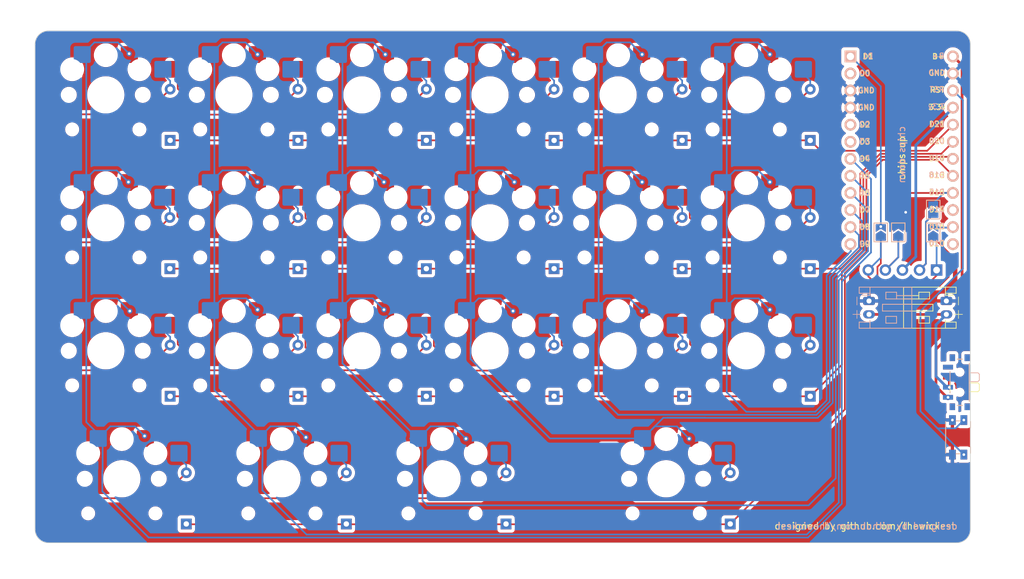
<source format=kicad_pcb>
(kicad_pcb (version 20221018) (generator pcbnew)
  (layers (0 "F.Cu" signal) (31 "B.Cu" signal) (34 "B.Paste" user) (35 "F.Paste" user) (36 "B.SilkS" user "B.Silkscreen") (37 "F.SilkS" user "F.Silkscreen") (38 "B.Mask" user) (39 "F.Mask" user) (44 "Edge.Cuts" user))
  (net 0 "")
  (net 1 "Row1")
  (net 2 "Net-(D1-A)")
  (net 3 "Net-(D2-A)")
  (net 4 "Net-(D3-A)")
  (net 5 "Net-(D4-A)")
  (net 6 "Net-(D5-A)")
  (net 7 "Net-(D6-A)")
  (net 8 "Row2")
  (net 9 "Net-(D7-A)")
  (net 10 "Net-(D8-A)")
  (net 11 "Net-(D9-A)")
  (net 12 "Net-(D10-A)")
  (net 13 "Net-(D11-A)")
  (net 14 "Net-(D12-A)")
  (net 15 "Row3")
  (net 16 "Net-(D13-A)")
  (net 17 "Net-(D14-A)")
  (net 18 "Net-(D15-A)")
  (net 19 "Net-(D16-A)")
  (net 20 "Net-(D17-A)")
  (net 21 "Net-(D18-A)")
  (net 22 "Row4")
  (net 23 "Net-(D19-A)")
  (net 24 "Net-(D20-A)")
  (net 25 "Column1")
  (net 26 "Column2")
  (net 27 "Column3")
  (net 28 "Column4")
  (net 29 "Column5")
  (net 30 "Column6")
  (net 31 "Net-(JST1-VCC)")
  (net 32 "VCC")
  (net 36 "Net-(D21-A)")
  (net 37 "Net-(D22-A)")
  (net 38 "CS")
  (net 39 "SCK")
  (net 41 "MOSI")
  (net 43 "Net-(J1-CS)")
  (net 44 "Net-(J1-GND)")
  (net 45 "Net-(J1-SCK)")
  (net 46 "Net-(J1-MOSI)")
  (net 47 "RST")
  (net 48 "B+")
  (net 50 "unconnected-(SW3-A-Pad1)")
  (net 51 "GND")
  (footprint "ScottoKeebs_Components:Diode_DO-35" (layer "F.Cu") (at 104.20875 127.6925 90)
    (fp_text reference "D19" hide)
    (fp_text value "Diode")
  )
  (footprint "ScottoKeebs_Components:Diode_DO-35" (layer "F.Cu") (at 139.90875 89.6925 90)
    (fp_text reference "D9" hide)
    (fp_text value "Diode")
  )
  (footprint "ScottoKeebs_Hotswap:Hotswap_Choc_V1V2" (layer "F.Cu") (at 92.23375 63.8175)
    (fp_text reference "S1" hide)
    (fp_text value "Keyswitch")
  )
  (footprint "ScottoKeebs_Components:Diode_DO-35" (layer "F.Cu") (at 178.00875 108.6925 90)
    (fp_text reference "D17" hide)
    (fp_text value "Diode")
  )
  (footprint "Jumper:SolderJumper-2_P1.3mm_Open_TrianglePad1.0x1.5mm" (layer "F.Cu") (at 215.3 80.9 90)
    (fp_text reference "JP2" hide)
    (fp_text value "SolderJumper_2_Open" hide)
  )
  (footprint "ScottoKeebs_Hotswap:Hotswap_Choc_V1V2" (layer "F.Cu") (at 130.33375 63.8175)
    (fp_text reference "S3" hide)
    (fp_text value "Keyswitch")
  )
  (footprint "ScottoKeebs_Components:Diode_DO-35" (layer "F.Cu") (at 185.10875 127.6925 90)
    (fp_text reference "D22" hide)
    (fp_text value "Diode")
  )
  (footprint "Jumper:SolderJumper-2_P1.3mm_Open_TrianglePad1.0x1.5mm" (layer "F.Cu") (at 207.5 84.3 90)
    (fp_text reference "JP1" hide)
    (fp_text value "SolderJumper_2_Open" hide)
  )
  (footprint "ScottoKeebs_Hotswap:Hotswap_Choc_V1V2" (layer "F.Cu") (at 175.5775 120.9675)
    (fp_text reference "S22" hide)
    (fp_text value "Keyswitch")
  )
  (footprint "ScottoKeebs_Hotswap:Hotswap_Choc_V1V2" (layer "F.Cu") (at 187.48375 82.8675)
    (fp_text reference "S12" hide)
    (fp_text value "Keyswitch")
  )
  (footprint "Jumper:SolderJumper-2_P1.3mm_Open_TrianglePad1.0x1.5mm" (layer "F.Cu") (at 215.3 84.3 90)
    (fp_text reference "JP5" hide)
    (fp_text value "SolderJumper_2_Open" hide)
  )
  (footprint "ScottoKeebs_Hotswap:Hotswap_Choc_V1V2" (layer "F.Cu") (at 130.33375 82.8675)
    (fp_text reference "S9" hide)
    (fp_text value "Keyswitch")
  )
  (footprint "ScottoKeebs_Components:Diode_DO-35" (layer "F.Cu") (at 197.00875 108.6925 90)
    (fp_text reference "D18" hide)
    (fp_text value "Diode")
  )
  (footprint "ScottoKeebs_Hotswap:Hotswap_Choc_V1V2" (layer "F.Cu") (at 111.28375 101.9175)
    (fp_text reference "S14" hide)
    (fp_text value "Keyswitch")
  )
  (footprint "ScottoKeebs_Hotswap:Hotswap_Choc_V1V2" (layer "F.Cu") (at 94.615 120.9675)
    (fp_text reference "S19" hide)
    (fp_text value "Keyswitch")
  )
  (footprint "ScottoKeebs_Hotswap:Hotswap_Choc_V1V2" (layer "F.Cu") (at 92.23375 82.8675)
    (fp_text reference "S7" hide)
    (fp_text value "Keyswitch")
  )
  (footprint "ScottoKeebs_Hotswap:Hotswap_Choc_V1V2" (layer "F.Cu") (at 111.28375 63.8175)
    (fp_text reference "S2" hide)
    (fp_text value "Keyswitch")
  )
  (footprint "ScottoKeebs_Components:Diode_DO-35" (layer "F.Cu") (at 120.80875 70.5925 90)
    (fp_text reference "D2" hide)
    (fp_text value "Diode")
  )
  (footprint "ScottoKeebs_Hotswap:Hotswap_Choc_V1V2" (layer "F.Cu") (at 149.38375 82.8675)
    (fp_text reference "S10" hide)
    (fp_text value "Keyswitch")
  )
  (footprint "ScottoKeebs_Components:Diode_DO-35" (layer "F.Cu") (at 177.95875 70.5925 90)
    (fp_text reference "D5" hide)
    (fp_text value "Diode")
  )
  (footprint "Button_Switch_SMD:Panasonic_EVQPUK_EVQPUB" (layer "F.Cu") (at 219 114.8 -90)
    (fp_text reference "SW2" hide)
    (fp_text value "SW_Push" hide)
  )
  (footprint "Button_Switch_SMD:SW_SPDT_PCM12" (layer "F.Cu") (at 218.925 106.6 90)
    (fp_text reference "SW1" hide)
    (fp_text value "SW_SPDT")
  )
  (footprint "ScottoKeebs_Hotswap:Hotswap_Choc_V1V2" (layer "F.Cu") (at 118.4275 120.9675)
    (fp_text reference "S20" hide)
    (fp_text value "Keyswitch")
  )
  (footprint "ScottoKeebs_Components:Diode_DO-35" (layer "F.Cu") (at 139.90875 108.6925 90)
    (fp_text reference "D15" hide)
    (fp_text value "Diode")
  )
  (footprint "ScottoKeebs_Hotswap:Hotswap_Choc_V1V2" (layer "F.Cu") (at 92.23375 101.9175)
    (fp_text reference "S13" hide)
    (fp_text value "Keyswitch")
  )
  (footprint "ScottoKeebs_Hotswap:Hotswap_Choc_V1V2" (layer "F.Cu") (at 168.43375 63.8175)
    (fp_text reference "S5" hide)
    (fp_text value "Keyswitch")
  )
  (footprint "Jumper:SolderJumper-2_P1.3mm_Open_TrianglePad1.0x1.5mm" (layer "F.Cu") (at 210.1 84.3 90)
    (fp_text reference "JP4" hide)
    (fp_text value "SolderJumper_2_Open" hide)
  )
  (footprint "ScottoKeebs_Components:Diode_DO-35" (layer "F.Cu") (at 151.765 127.6925 90)
    (fp_text reference "D21" hide)
    (fp_text value "Diode")
  )
  (footprint "ScottoKeebs_Components:Diode_DO-35" (layer "F.Cu") (at 120.80875 89.6925 90)
    (fp_text reference "D8" hide)
    (fp_text value "Diode")
  )
  (footprint "Connector_JST:JST_PH_S2B-PH-K_1x02_P2.00mm_Horizontal" (layer "F.Cu") (at 217.25 94.5 -90)
    (fp_text reference "JST1" hide)
    (fp_text value "~")
  )
  (footprint "ScottoKeebs_Hotswap:Hotswap_Choc_V1V2" (layer "F.Cu") (at 187.48375 63.8175)
    (fp_text reference "S6" hide)
    (fp_text value "Keyswitch")
  )
  (footprint "ScottoKeebs_Components:Diode_DO-35" (layer "F.Cu") (at 101.80875 70.5925 90)
    (fp_text reference "D1" hide)
    (fp_text value "Diode")
  )
  (footprint "ScottoKeebs_Hotswap:Hotswap_Choc_V1V2" (layer "F.Cu") (at 168.43375 101.9175)
    (fp_text reference "S17" hide)
    (fp_text value "Keyswitch")
  )
  (footprint "ScottoKeebs_Hotswap:Hotswap_Choc_V1V2" (layer "F.Cu") (at 149.38375 63.8175)
    (fp_text reference "S4" hide)
    (fp_text value "Keyswitch")
  )
  (footprint "ScottoKeebs_Components:Diode_DO-35" (layer "F.Cu") (at 158.90875 89.6925 90)
    (fp_text reference "D10" hide)
    (fp_text value "Diode")
  )
  (footprint "ScottoKeebs_Components:Diode_DO-35" (layer "F.Cu") (at 158.90875 108.6925 90)
    (fp_text reference "D16" hide)
    (fp_text value "Diode")
  )
  (footprint "ScottoKeebs_Components:Diode_DO-35" (layer "F.Cu") (at 128.00875 127.6925 90)
    (fp_text reference "D20" hide)
    (fp_text value "Diode")
  )
  (footprint "ScottoKeebs_Components:Diode_DO-35" (layer "F.Cu") (at 120.80875 108.6925 90)
    (fp_text reference "D14" hide)
    (fp_text value "Diode")
  )
  (footprint "ScottoKeebs_Hotswap:Hotswap_Choc_V1V2" (layer "F.Cu") (at 142.24 120.9675)
    (fp_text reference "S21" hide)
    (fp_text value "Keyswitch")
  )
  (footprint "ScottoKeebs_Components:Diode_DO-35" (layer "F.Cu") (at 158.90875 70.6025 90)
    (fp_text reference "D4" hide)
    (fp_text value "Diode")
  )
  (footprint "ScottoKeebs_Components:Diode_DO-35" (layer "F.Cu") (at 197.00875 89.6925 90)
    (fp_text reference "D12" hide)
    (fp_text value "Diode")
  )
  (footprint "ScottoKeebs_Hotswap:Hotswap_Choc_V1V2" (layer "F.Cu") (at 168.43375 82.8675)
    (fp_text reference "S11" hide)
    (fp_text value "Keyswitch")
  )
  (footprint "ScottoKeebs_Components:Diode_DO-35" (layer "F.Cu") (at 101.75875 89.6925 90)
    (fp_text reference "D7" hide)
    (fp_text value "Diode")
  )
  (footprint "ScottoKeebs_Hotswap:Hotswap_Choc_V1V2" (layer "F.Cu") (at 149.38375 101.9175)
    (fp_text reference "S16" hide)
    (fp_text value "Keyswitch")
  )
  (footprint "ScottoKeebs_Components:OLED_128x32_Nice_View" (layer "F.Cu") (at 203.8 91.2 90)
    (fp_text reference "J1" hide)
    (fp_text value "OLED_128x32_Nice_View")
  )
  (footprint "ScottoKeebs_Hotswap:Hotswap_Choc_V1V2" (layer "F.Cu") (at 130.33375 101.9175)
    (fp_text reference "S15" hide)
    (fp_text value "Keyswitch")
  )
  (footprint "ScottoKeebs_Components:Diode_DO-35" (layer "F.Cu") (at 177.95875 89.6925 90)
    (fp_text reference "D11" hide)
    (fp_text value "Diode")
  )
  (footprint "ScottoKeebs_Hotswap:Hotswap_Choc_V1V2" (layer "F.Cu") (at 111.28375 82.8675)
    (fp_text reference "S8" hide)
    (fp_text value "Keyswitch")
  )
  (footprint "ScottoKeebs_Components:Diode_DO-35" (layer "F.Cu") (at 197.00875 70.6025 90)
    (fp_text reference "D6" hide)
    (fp_text value "Diode")
  )
  (footprint "ScottoKeebs_Components:Diode_DO-35" (layer "F.Cu") (at 139.90875 70.5925 90)
    (fp_text reference "D3" hide)
    (fp_text value "Diode")
  )
  (footprint "ScottoKeebs_Hotswap:Hotswap_Choc_V1V2" (layer "F.Cu") (at 187.48375 101.9175)
    (fp_text reference "S18" hide)
    (fp_text value "Keyswitch")
  )
  (footprint "ScottoKeebs_Components:Diode_DO-35" (layer "F.Cu") (at 101.80875 108.6925 90)
    (fp_text reference "D13" hide)
    (fp_text value "Diode")
  )
  (footprint "ScottoKeebs_MCU:Nice_Nano_V2" (layer "F.Cu") (at 210.6 72.0725)
    (fp_text reference "U1" hide)
    (fp_text value "Nice_Nano_V2" hide)
  )
  (footprint "ScottoKeebs_Hotswap:Hotswap_Choc_V1V2" (layer "B.Cu") (at 92.23375 101.9175 180)
    (fp_text reference "S35" hide)
    (fp_text value "Keyswitch")
  )
  (footprint "ScottoKeebs_Hotswap:Hotswap_Choc_V1V2" (layer "B.Cu") (at 92.23375 63.8175 180)
    (fp_text reference "S23" hide)
    (fp_text value "Keyswitch")
  )
  (footprint "ScottoKeebs_Hotswap:Hotswap_Choc_V1V2" (layer "B.Cu") (at 149.38375 82.8675 180)
    (fp_text reference "S32" hide)
    (fp_text value "Keyswitch")
  )
  (footprint "ScottoKeebs_Hotswap:Hotswap_Choc_V1V2" (layer "B.Cu") (at 187.48375 101.9175 180)
    (fp_text reference "S40" hide)
    (fp_text value "Keyswitch")
  )
  (footprint "Jumper:SolderJumper-2_P1.3mm_Open_TrianglePad1.0x1.5mm" (layer "B.Cu") (at 215.3 84.3 90)
    (fp_text reference "JP6" hide)
    (fp_text value "SolderJumper_2_Open" hide)
  )
  (footprint "ScottoKeebs_Hotswap:Hotswap_Choc_V1V2" (layer "B.Cu") (at 168.43375 101.9175 180)
    (fp_text reference "S39" hide)
    (fp_text value "Keyswitch")
  )
  (footprint "ScottoKeebs_Hotswap:Hotswap_Choc_V1V2" (layer "B.Cu") (at 118.4275 120.9675 180)
    (fp_text reference "S42" hide)
    (fp_text value "Keyswitch")
  )
  (footprint "ScottoKeebs_Hotswap:Hotswap_Choc_V1V2" (layer "B.Cu") (at 187.48375 82.8675 180)
    (fp_text reference "S34" hide)
    (fp_text value "Keyswitch")
  )
  (footprint "ScottoKeebs_Hotswap:Hotswap_Choc_V1V2" (layer "B.Cu") (at 92.23375 82.8675 180)
    (fp_text reference "S29" hide)
    (fp_text value "Keyswitch")
  )
  (footprint "Jumper:SolderJumper-2_P1.3mm_Open_TrianglePad1.0x1.5mm" (layer "B.Cu") (at 207.5 84.3 90)
    (fp_text reference "JP10" hide)
    (fp_text value "SolderJumper_2_Open" hide)
  )
  (footprint "ScottoKeebs_Hotswap:Hotswap_Choc_V1V2" (layer "B.Cu") (at 175.5775 120.9675 180)
    (fp_text reference "S44" hide)
    (fp_text value "Keyswitch")
  )
  (footprint "ScottoKeebs_Hotswap:Hotswap_Choc_V1V2" (layer "B.Cu") (at 187.48375 63.8175 180)
    (fp_text reference "S28" hide)
    (fp_text value "Keyswitch")
  )
  (footprint "ScottoKeebs_Hotswap:Hotswap_Choc_V1V2" (layer "B.Cu") (at 168.43375 82.8675 180)
    (fp_text reference "S33" hide)
    (fp_text value "Keyswitch")
  )
  (footprint "Connector_JST:JST_PH_S2B-PH-K_1x02_P2.00mm_Horizontal" (layer "B.Cu") (at 205.75 94.5 -90)
    (fp_text reference "JST2" hide)
    (fp_text value "~")
  )
  (footprint "ScottoKeebs_Hotswap:Hotswap_Choc_V1V2" (layer "B.Cu") (at 111.28375 82.8675 180)
    (fp_text reference "S30" hide)
    (fp_text value "Keyswitch")
  )
  (footprint "Jumper:SolderJumper-2_P1.3mm_Open_TrianglePad1.0x1.5mm" (layer "B.Cu") (at 210.10875 84.2925 90)
    (fp_text reference "JP9" hide)
    (fp_text value "SolderJumper_2_Open" hide)
  )
  (footprint "Button_Switch_SMD:Panasonic_EVQPUK_EVQPUB" (layer "B.Cu") (at 219 114.8 90)
    (fp_text reference "SW4" hide)
    (fp_text value "SW_Push" hide)
  )
  (footprint "ScottoKeebs_Hotswap:Hotswap_Choc_V1V2" (layer "B.Cu") (at 130.33375 101.9175 180)
    (fp_text reference "S37" hide)
    (fp_text value "Keyswitch")
  )
  (footprint "Jumper:SolderJumper-2_P1.3mm_Open_TrianglePad1.0x1.5mm" (layer "B.Cu") (at 215.30875 80.8925 90)
    (fp_text reference "JP7" hide)
    (fp_text value "SolderJumper_2_Open" hide)
  )
  (footprint "ScottoKeebs_Hotswap:Hotswap_Choc_V1V2" (layer "B.Cu") (at 94.615 120.9675 180)
    (fp_text reference "S41" hide)
    (fp_text value "Keyswitch")
  )
  (footprint "ScottoKeebs_Hotswap:Hotswap_Choc_V1V2" (layer "B.Cu") (at 111.28375 63.8175 180)
    (fp_text reference "S24" hide)
    (fp_text value "Keyswitch")
  )
  (footprint "ScottoKeebs_Hotswap:Hotswap_Choc_V1V2" (layer "B.Cu") (at 149.38375 63.8175 180)
    (fp_text reference "S26" hide)
    (fp_text value "Keyswitch")
  )
  (footprint "ScottoKeebs_Hotswap:Hotswap_Choc_V1V2" (layer "B.Cu") (at 168.43375 63.8175 180)
    (fp_text reference "S27" hide)
    (fp_text value "Keyswitch")
  )
  (footprint "ScottoKeebs_Hotswap:Hotswap_Choc_V1V2" (layer "B.Cu") (at 142.24 120.9675 180)
    (fp_text reference "S43" hide)
    (fp_text value "Keyswitch")
  )
  (footprint "ScottoKeebs_Hotswap:Hotswap_Choc_V1V2" (layer "B.Cu") (at 130.33375 63.8175 180)
    (fp_text reference "S25" hide)
    (fp_text value "Keyswitch")
  )
  (footprint "ScottoKeebs_Hotswap:Hotswap_Choc_V1V2" (layer "B.Cu") (at 130.33375 82.8675 180)
    (fp_text reference "S31" hide)
    (fp_text value "Keyswitch")
  )
  (footprint "Button_Switch_SMD:SW_SPDT_PCM12" (layer "B.Cu") (at 218.925 106.6 -90)
    (fp_text reference "SW3" hide)
    (fp_text value "SW_SPDT")
  )
  (footprint "ScottoKeebs_Hotswap:Hotswap_Choc_V1V2" (layer "B.Cu") (at 149.38375 101.9175 180)
    (fp_text reference "S38" hide)
    (fp_text value "Keyswitch")
  )
  (footprint "ScottoKeebs_Hotswap:Hotswap_Choc_V1V2" (layer "B.Cu") (at 111.28375 101.9175 180)
    (fp_text reference "S36" hide)
    (fp_text value "Keyswitch")
  )
  (gr_line (start 81.70875 128.4925) (end 81.70875 56.2925) (stroke (width 0.1)) (layer "Edge.Cuts"))
  (gr_arc (start 218.82125 54.2925) (mid 220.235496 54.878269) (end 220.82125 56.2925) (stroke (width 0.1)) (layer "Edge.Cuts"))
  (gr_line (start 218.82125 130.4925) (end 83.70875 130.4925) (stroke (width 0.1)) (layer "Edge.Cuts"))
  (gr_arc (start 81.70875 56.2925) (mid 82.294536 54.878286) (end 83.70875 54.2925) (stroke (width 0.1)) (layer "Edge.Cuts"))
  (gr_line (start 220.82125 56.2925) (end 220.82125 128.4925) (stroke (width 0.1)) (layer "Edge.Cuts"))
  (gr_line (start 83.70875 54.2925) (end 218.82125 54.2925) (stroke (width 0.1)) (layer "Edge.Cuts"))
  (gr_arc (start 220.82125 128.4925) (mid 220.235464 129.906714) (end 218.82125 130.4925) (stroke (width 0.1)) (layer "Edge.Cuts"))
  (gr_arc (start 83.70875 130.4925) (mid 82.294536 129.906714) (end 81.70875 128.4925) (stroke (width 0.1)) (layer "Edge.Cuts"))
  (gr_text "chips down" (at 211.2 68.4 90) (layer "B.SilkS") (effects (font (size 1 1)) (justify left bottom mirror)))
  (gr_text "designed by github.com/thewickest" (at 219 128.6) (layer "B.SilkS") (effects (font (size 1 1)) (justify left bottom mirror)))
  (gr_text "chips up" (at 211.2 76.6 90) (layer "F.SilkS") (effects (font (size 1 1)) (justify left bottom)))
  (gr_text "designed by github.com/thewickest" (at 191.6 128.5875) (layer "F.SilkS") (effects (font (size 1 1)) (justify left bottom)))
  (segment (start 198.54745 72.1412) (end 214.40255 72.1412) (width 0.25) (layer "F.Cu") (net 1))
  (segment (start 120.80875 70.5925) (end 139.90875 70.5925) (width 0.25) (layer "F.Cu") (net 1))
  (segment (start 196.99875 70.5925) (end 197.00875 70.6025) (width 0.25) (layer "F.Cu") (net 1))
  (segment (start 158.90875 70.6025) (end 177.94875 70.6025) (width 0.25) (layer "F.Cu") (net 1))
  (segment (start 214.40255 72.1412) (end 218.28125 68.2625) (width 0.25) (layer "F.Cu") (net 1))
  (segment (start 158.89875 70.5925) (end 158.90875 70.6025) (width 0.25) (layer "F.Cu") (net 1))
  (segment (start 101.80875 70.5925) (end 120.80875 70.5925) (width 0.25) (layer "F.Cu") (net 1))
  (segment (start 139.90875 70.5925) (end 158.89875 70.5925) (width 0.25) (layer "F.Cu") (net 1))
  (segment (start 197.00875 70.6025) (end 198.54745 72.1412) (width 0.25) (layer "F.Cu") (net 1))
  (segment (start 177.94875 70.6025) (end 177.95875 70.5925) (width 0.25) (layer "F.Cu") (net 1))
  (segment (start 177.95875 70.5925) (end 196.99875 70.5925) (width 0.25) (layer "F.Cu") (net 1))
  (segment (start 87.23375 60.0175) (end 87.25875 60.0425) (width 0.25) (layer "F.Cu") (net 2))
  (segment (start 96.33375 60.9175) (end 97.23375 60.0175) (width 0.25) (layer "F.Cu") (net 2))
  (segment (start 97.20875 60.0425) (end 97.23375 60.0175) (width 0.25) (layer "F.Cu") (net 2))
  (segment (start 83.73375 60.0175) (end 83.73375 62.691333) (width 0.25) (layer "F.Cu") (net 2))
  (segment (start 98.06375 66.7175) (end 101.80875 62.9725) (width 0.25) (layer "F.Cu") (net 2))
  (segment (start 87.759917 66.7175) (end 98.06375 66.7175) (width 0.25) (layer "F.Cu") (net 2))
  (segment (start 83.73375 62.691333) (end 87.759917 66.7175) (width 0.25) (layer "F.Cu") (net 2))
  (segment (start 87.23375 60.0175) (end 88.13375 60.9175) (width 0.25) (layer "F.Cu") (net 2))
  (segment (start 101.80875 61.7425) (end 101.80875 62.9725) (width 0.25) (layer "B.Cu") (net 2))
  (segment (start 100.08375 60.0175) (end 101.80875 61.7425) (width 0.25) (layer "B.Cu") (net 2))
  (segment (start 106.28375 60.0175) (end 106.30875 60.0425) (width 0.25) (layer "F.Cu") (net 3))
  (segment (start 116.25875 60.0425) (end 116.28375 60.0175) (width 0.25) (layer "F.Cu") (net 3))
  (segment (start 102.78375 60.0175) (end 102.93375 60.1675) (width 0.25) (layer "F.Cu") (net 3))
  (segment (start 102.93375 62.8975) (end 106.79875 66.7625) (width 0.25) (layer "F.Cu") (net 3))
  (segment (start 106.79875 66.7625) (end 117.01875 66.7625) (width 0.25) (layer "F.Cu") (net 3))
  (segment (start 117.01875 66.7625) (end 120.80875 62.9725) (width 0.25) (layer "F.Cu") (net 3))
  (segment (start 102.93375 60.1675) (end 102.93375 62.8975) (width 0.25) (layer "F.Cu") (net 3))
  (segment (start 119.13375 60.0175) (end 120.80875 61.6925) (width 0.25) (layer "B.Cu") (net 3))
  (segment (start 120.80875 61.6925) (end 120.80875 62.9725) (width 0.25) (layer "B.Cu") (net 3))
  (segment (start 123.50875 61.6925) (end 123.50875 64.366333) (width 0.25) (layer "F.Cu") (net 4))
  (segment (start 136.13875 66.7425) (end 139.90875 62.9725) (width 0.25) (layer "F.Cu") (net 4))
  (segment (start 125.884917 66.7425) (end 136.13875 66.7425) (width 0.25) (layer "F.Cu") (net 4))
  (segment (start 121.83375 60.0175) (end 123.50875 61.6925) (width 0.25) (layer "F.Cu") (net 4))
  (segment (start 135.30875 60.0425) (end 135.33375 60.0175) (width 0.25) (layer "F.Cu") (net 4))
  (segment (start 123.50875 64.366333) (end 125.884917 66.7425) (width 0.25) (layer "F.Cu") (net 4))
  (segment (start 125.33375 60.0175) (end 125.35875 60.0425) (width 0.25) (layer "F.Cu") (net 4))
  (segment (start 138.18375 60.0175) (end 139.90875 61.7425) (width 0.25) (layer "B.Cu") (net 4))
  (segment (start 139.90875 61.7425) (end 139.90875 62.9725) (width 0.25) (layer "B.Cu") (net 4))
  (segment (start 144.934917 66.7425) (end 155.14875 66.7425) (width 0.25) (layer "F.Cu") (net 5))
  (segment (start 144.38375 60.0175) (end 144.40875 60.0425) (width 0.25) (layer "F.Cu") (net 5))
  (segment (start 142.55875 64.366333) (end 144.934917 66.7425) (width 0.25) (layer "F.Cu") (net 5))
  (segment (start 154.35875 60.0425) (end 154.38375 60.0175) (width 0.25) (layer "F.Cu") (net 5))
  (segment (start 155.14875 66.7425) (end 158.90875 62.9825) (width 0.25) (layer "F.Cu") (net 5))
  (segment (start 142.55875 61.6925) (end 142.55875 64.366333) (width 0.25) (layer "F.Cu") (net 5))
  (segment (start 140.88375 60.0175) (end 142.55875 61.6925) (width 0.25) (layer "F.Cu") (net 5))
  (segment (start 158.90875 61.6925) (end 158.90875 62.9825) (width 0.25) (layer "B.Cu") (net 5))
  (segment (start 157.23375 60.0175) (end 158.90875 61.6925) (width 0.25) (layer "B.Cu") (net 5))
  (segment (start 173.40875 60.0425) (end 173.43375 60.0175) (width 0.25) (layer "F.Cu") (net 6))
  (segment (start 161.60875 64.366333) (end 163.959917 66.7175) (width 0.25) (layer "F.Cu") (net 6))
  (segment (start 159.93375 60.0175) (end 161.60875 61.6925) (width 0.25) (layer "F.Cu") (net 6))
  (segment (start 161.60875 61.6925) (end 161.60875 64.366333) (width 0.25) (layer "F.Cu") (net 6))
  (segment (start 174.21375 66.7175) (end 177.95875 62.9725) (width 0.25) (layer "F.Cu") (net 6))
  (segment (start 163.43375 60.0175) (end 163.45875 60.0425) (width 0.25) (layer "F.Cu") (net 6))
  (segment (start 163.959917 66.7175) (end 174.21375 66.7175) (width 0.25) (layer "F.Cu") (net 6))
  (segment (start 177.95875 61.6925) (end 177.95875 62.9725) (width 0.25) (layer "B.Cu") (net 6))
  (segment (start 176.28375 60.0175) (end 177.95875 61.6925) (width 0.25) (layer "B.Cu") (net 6))
  (segment (start 192.45875 60.0425) (end 192.48375 60.0175) (width 0.25) (layer "F.Cu") (net 7))
  (segment (start 178.98375 60.0175) (end 179.08375 60.1175) (width 0.25) (layer "F.Cu") (net 7))
  (segment (start 183.009917 66.7175) (end 193.27375 66.7175) (width 0.25) (layer "F.Cu") (net 7))
  (segment (start 193.27375 66.7175) (end 197.00875 62.9825) (width 0.25) (layer "F.Cu") (net 7))
  (segment (start 182.48375 60.0175) (end 182.50875 60.0425) (width 0.25) (layer "F.Cu") (net 7))
  (segment (start 179.08375 62.791333) (end 183.009917 66.7175) (width 0.25) (layer "F.Cu") (net 7))
  (segment (start 179.08375 60.1175) (end 179.08375 62.791333) (width 0.25) (layer "F.Cu") (net 7))
  (segment (start 197.00875 61.6925) (end 197.00875 62.9825) (width 0.25) (layer "B.Cu") (net 7))
  (segment (start 195.33375 60.0175) (end 197.00875 61.6925) (width 0.25) (layer "B.Cu") (net 7))
  (segment (start 204.45875 86.7925) (end 204.45875 75.5425) (width 0.25) (layer "F.Cu") (net 8))
  (segment (start 139.90875 89.6925) (end 158.90875 89.6925) (width 0.25) (layer "F.Cu") (net 8))
  (segment (start 204.45875 75.5425) (end 207.41005 72.5912) (width 0.25) (layer "F.Cu") (net 8))
  (segment (start 197.00875 89.6925) (end 201.55875 89.6925) (width 0.25) (layer "F.Cu") (net 8))
  (segment (start 158.90875 89.6925) (end 177.95875 89.6925) (width 0.25) (layer "F.Cu") (net 8))
  (segment (start 207.41005 72.5912) (end 216.49255 72.5912) (width 0.25) (layer "F.Cu") (net 8))
  (segment (start 201.55875 89.6925) (end 204.45875 86.7925) (width 0.25) (layer "F.Cu") (net 8))
  (segment (start 216.49255 72.5912) (end 218.28125 70.8025) (width 0.25) (layer "F.Cu") (net 8))
  (segment (start 120.80875 89.6925) (end 139.90875 89.6925) (width 0.25) (layer "F.Cu") (net 8))
  (segment (start 101.75875 89.6925) (end 120.80875 89.6925) (width 0.25) (layer "F.Cu") (net 8))
  (segment (start 177.95875 89.6925) (end 197.00875 89.6925) (width 0.25) (layer "F.Cu") (net 8))
  (segment (start 83.73375 79.0675) (end 83.73375 81.741333) (width 0.25) (layer "F.Cu") (net 9))
  (segment (start 97.20875 79.0925) (end 97.23375 79.0675) (width 0.25) (layer "F.Cu") (net 9))
  (segment (start 83.73375 81.741333) (end 87.759917 85.7675) (width 0.25) (layer "F.Cu") (net 9))
  (segment (start 98.06375 85.7675) (end 101.75875 82.0725) (width 0.25) (layer "F.Cu") (net 9))
  (segment (start 87.23375 79.0675) (end 87.25875 79.0925) (width 0.25) (layer "F.Cu") (net 9))
  (segment (start 87.759917 85.7675) (end 98.06375 85.7675) (width 0.25) (layer "F.Cu") (net 9))
  (segment (start 101.75875 80.7425) (end 101.75875 82.0725) (width 0.25) (layer "B.Cu") (net 9))
  (segment (start 100.08375 79.0675) (end 101.75875 80.7425) (width 0.25) (layer "B.Cu") (net 9))
  (segment (start 102.78375 79.0675) (end 102.88375 79.1675) (width 0.25) (layer "F.Cu") (net 10))
  (segment (start 102.88375 79.1675) (end 102.88375 81.8875) (width 0.25) (layer "F.Cu") (net 10))
  (segment (start 106.28375 79.0675) (end 106.30875 79.0925) (width 0.25) (layer "F.Cu") (net 10))
  (segment (start 106.76375 85.7675) (end 117.11375 85.7675) (width 0.25) (layer "F.Cu") (net 10))
  (segment (start 102.88375 81.8875) (end 106.76375 85.7675) (width 0.25) (layer "F.Cu") (net 10))
  (segment (start 116.25875 79.0925) (end 116.28375 79.0675) (width 0.25) (layer "F.Cu") (net 10))
  (segment (start 117.11375 85.7675) (end 120.80875 82.0725) (width 0.25) (layer "F.Cu") (net 10))
  (segment (start 119.13375 79.0675) (end 120.80875 80.7425) (width 0.25) (layer "B.Cu") (net 10))
  (segment (start 120.80875 80.7425) (end 120.80875 82.0725) (width 0.25) (layer "B.Cu") (net 10))
  (segment (start 125.55875 85.7725) (end 136.20875 85.7725) (width 0.25) (layer "F.Cu") (net 11))
  (segment (start 135.30875 79.0925) (end 135.33375 79.0675) (width 0.25) (layer "F.Cu") (net 11))
  (segment (start 121.83375 79.0675) (end 121.93375 79.1675) (width 0.25) (layer "F.Cu") (net 11))
  (segment (start 125.33375 79.0675) (end 125.35875 79.0925) (width 0.25) (layer "F.Cu") (net 11))
  (segment (start 121.93375 82.1475) (end 125.55875 85.7725) (width 0.25) (layer "F.Cu") (net 11))
  (segment (start 121.93375 79.1675) (end 121.93375 82.1475) (width 0.25) (layer "F.Cu") (net 11))
  (segment (start 136.20875 85.7725) (end 139.90875 82.0725) (width 0.25) (layer "F.Cu") (net 11))
  (segment (start 139.90875 80.7925) (end 139.90875 82.0725) (width 0.25) (layer "B.Cu") (net 11))
  (segment (start 138.18375 79.0675) (end 139.90875 80.7925) (width 0.25) (layer "B.Cu") (net 11))
  (segment (start 144.38375 79.0675) (end 144.40875 79.0925) (width 0.25) (layer "F.Cu") (net 12))
  (segment (start 145.194917 86.0525) (end 154.92875 86.0525) (width 0.25) (layer "F.Cu") (net 12))
  (segment (start 154.92875 86.0525) (end 158.90875 82.0725) (width 0.25) (layer "F.Cu") (net 12))
  (segment (start 154.35875 79.0925) (end 154.38375 79.0675) (width 0.25) (layer "F.Cu") (net 12))
  (segment (start 142.55875 80.7425) (end 142.55875 83.416333) (width 0.25) (layer "F.Cu") (net 12))
  (segment (start 142.55875 83.416333) (end 145.194917 86.0525) (width 0.25) (layer "F.Cu") (net 12))
  (segment (start 140.88375 79.0675) (end 142.55875 80.7425) (width 0.25) (layer "F.Cu") (net 12))
  (segment (start 158.90875 80.7425) (end 158.90875 82.0725) (width 0.25) (layer "B.Cu") (net 12))
  (segment (start 157.23375 79.0675) (end 158.90875 80.7425) (width 0.25) (layer "B.Cu") (net 12))
  (segment (start 174.26375 85.7675) (end 177.95875 82.0725) (width 0.25) (layer "F.Cu") (net 13))
  (segment (start 159.93375 79.0675) (end 161.60875 80.7425) (width 0.25) (layer "F.Cu") (net 13))
  (segment (start 161.60875 80.7425) (end 161.60875 83.416333) (width 0.25) (layer "F.Cu") (net 13))
  (segment (start 161.60875 83.416333) (end 163.959917 85.7675) (width 0.25) (layer "F.Cu") (net 13))
  (segment (start 163.959917 85.7675) (end 174.26375 85.7675) (width 0.25) (layer "F.Cu") (net 13))
  (segment (start 173.40875 79.0925) (end 173.43375 79.0675) (width 0.25) (layer "F.Cu") (net 13))
  (segment (start 163.43375 79.0675) (end 163.45875 79.0925) (width 0.25) (layer "F.Cu") (net 13))
  (segment (start 176.28375 79.0675) (end 177.95875 80.7425) (width 0.25) (layer "B.Cu") (net 13))
  (segment (start 177.95875 80.7425) (end 177.95875 82.0725) (width 0.25) (layer "B.Cu") (net 13))
  (segment (start 193.28875 85.7925) (end 197.00875 82.0725) (width 0.25) (layer "F.Cu") (net 14))
  (segment (start 178.98375 79.0675) (end 179.08375 79.1675) (width 0.25) (layer "F.Cu") (net 14))
  (segment (start 192.45875 79.0925) (end 192.48375 79.0675) (width 0.25) (layer "F.Cu") (net 14))
  (segment (start 182.48375 79.0675) (end 182.50875 79.0925) (width 0.25) (layer "F.Cu") (net 14))
  (segment (start 179.08375 82.1075) (end 182.76875 85.7925) (width 0.25) (layer "F.Cu") (net 14))
  (segment (start 182.76875 85.7925) (end 193.28875 85.7925) (width 0.25) (layer "F.Cu") (net 14))
  (segment (start 179.08375 79.1675) (end 179.08375 82.1075) (width 0.25) (layer "F.Cu") (net 14))
  (segment (start 195.33375 79.0675) (end 197.00875 80.7425) (width 0.25) (layer "B.Cu") (net 14))
  (segment (start 197.00875 80.7425) (end 197.00875 82.0725) (width 0.25) (layer "B.Cu") (net 14))
  (segment (start 217.98125 73.0425) (end 218.28125 73.3425) (width 0.25) (layer "F.Cu") (net 15))
  (segment (start 120.80875 108.6925) (end 197.00875 108.6925) (width 0.25) (layer "F.Cu") (net 15))
  (segment (start 197.00875 108.6925) (end 201.70875 103.9925) (width 0.25) (layer "F.Cu") (net 15))
  (segment (start 204.90875 75.728896) (end 207.595146 73.0425) (width 0.25) (layer "F.Cu") (net 15))
  (segment (start 101.80875 108.6925) (end 120.80875 108.6925) (width 0.25) (layer "F.Cu") (net 15))
  (segment (start 201.70875 90.178896) (end 204.90875 86.978896) (width 0.25) (layer "F.Cu") (net 15))
  (segment (start 207.595146 73.0425) (end 217.98125 73.0425) (width 0.25) (layer "F.Cu") (net 15))
  (segment (start 204.90875 86.978896) (end 204.90875 75.728896) (width 0.25) (layer "F.Cu") (net 15))
  (segment (start 201.70875 103.9925) (end 201.70875 90.178896) (width 0.25) (layer "F.Cu") (net 15))
  (segment (start 87.63375 104.8175) (end 98.06375 104.8175) (width 0.25) (layer "F.Cu") (net 16))
  (segment (start 98.06375 104.8175) (end 101.80875 101.0725) (width 0.25) (layer "F.Cu") (net 16))
  (segment (start 83.73375 100.9175) (end 87.63375 104.8175) (width 0.25) (layer "F.Cu") (net 16))
  (segment (start 97.20875 98.1425) (end 97.23375 98.1175) (width 0.25) (layer "F.Cu") (net 16))
  (segment (start 87.23375 98.1175) (end 87.25875 98.1425) (width 0.25) (layer "F.Cu") (net 16))
  (segment (start 83.73375 98.1175) (end 83.73375 100.9175) (width 0.25) (layer "F.Cu") (net 16))
  (segment (start 100.08375 98.1175) (end 101.80875 99.8425) (width 0.25) (layer "B.Cu") (net 16))
  (segment (start 101.80875 99.8425) (end 101.80875 101.0725) (width 0.25) (layer "B.Cu") (net 16))
  (segment (start 102.78375 98.1175) (end 102.93375 98.2675) (width 0.25) (layer "F.Cu") (net 17))
  (segment (start 102.93375 98.2675) (end 102.93375 100.941333) (width 0.25) (layer "F.Cu") (net 17))
  (segment (start 116.25875 98.1425) (end 116.28375 98.1175) (width 0.25) (layer "F.Cu") (net 17))
  (segment (start 106.28375 98.1175) (end 106.30875 98.1425) (width 0.25) (layer "F.Cu") (net 17))
  (segment (start 106.809917 104.8175) (end 117.06375 104.8175) (width 0.25) (layer "F.Cu") (net 17))
  (segment (start 102.93375 100.941333) (end 106.809917 104.8175) (width 0.25) (layer "F.Cu") (net 17))
  (segment (start 117.06375 104.8175) (end 120.80875 101.0725) (width 0.25) (layer "F.Cu") (net 17))
  (segment (start 119.13375 98.1175) (end 120.80875 99.7925) (width 0.25) (layer "B.Cu") (net 17))
  (segment (start 120.80875 99.7925) (end 120.80875 101.0725) (width 0.25) (layer "B.Cu") (net 17))
  (segment (start 121.83375 98.1175) (end 121.93375 98.2175) (width 0.25) (layer "F.Cu") (net 18))
  (segment (start 121.93375 101.4075) (end 125.34375 104.8175) (width 0.25) (layer "F.Cu") (net 18))
  (segment (start 121.93375 98.2175) (end 121.93375 101.4075) (width 0.25) (layer "F.Cu") (net 18))
  (segment (start 136.16375 104.8175) (end 139.90875 101.0725) (width 0.25) (layer "F.Cu") (net 18))
  (segment (start 125.34375 104.8175) (end 136.16375 104.8175) (width 0.25) (layer "F.Cu") (net 18))
  (segment (start 125.33375 98.1175) (end 125.35875 98.1425) (width 0.25) (layer "F.Cu") (net 18))
  (segment (start 135.30875 98.1425) (end 135.33375 98.1175) (width 0.25) (layer "F.Cu") (net 18))
  (segment (start 139.90875 99.8425) (end 139.90875 101.0725) (width 0.25) (layer "B.Cu") (net 18))
  (segment (start 138.18375 98.1175) (end 139.90875 99.8425) (width 0.25) (layer "B.Cu") (net 18))
  (segment (start 144.38375 98.1175) (end 144.40875 98.1425) (width 0.25) (layer "F.Cu") (net 19))
  (segment (start 144.70875 104.8625) (end 155.11875 104.8625) (width 0.25) (layer "F.Cu") (net 19))
  (segment (start 141.03375 98.2675) (end 141.03375 101.1875) (width 0.25) (layer "F.Cu") (net 19))
  (segment (start 141.03375 101.1875) (end 144.70875 104.8625) (width 0.25) (layer "F.Cu") (net 19))
  (segment (start 154.35875 98.1425) (end 154.38375 98.1175) (width 0.25) (layer "F.Cu") (net 19))
  (segment (start 140.88375 98.1175) (end 141.03375 98.2675) (width 0.25) (layer "F.Cu") (net 19))
  (segment (start 155.11875 104.8625) (end 158.90875 101.0725) (width 0.25) (layer "F.Cu") (net 19))
  (segment (start 158.90875 99.7925) (end 158.90875 101.0725) (width 0.25) (layer "B.Cu") (net 19))
  (segment (start 157.23375 98.1175) (end 158.90875 99.7925) (width 0.25) (layer "B.Cu") (net 19))
  (segment (start 163.43375 98.1175) (end 163.45875 98.1425) (width 0.25) (layer "F.Cu") (net 20))
  (segment (start 160.03375 101.0575) (end 163.80875 104.8325) (width 0.25) (layer "F.Cu") (net 20))
  (segment (start 174.24875 104.8325) (end 178.00875 101.0725) (width 0.25) (layer "F.Cu") (net 20))
  (segment (start 173.40875 98.1425) (end 173.43375 98.1175) (width 0.25) (layer "F.Cu") (net 20))
  (segment (start 163.80875 104.8325) (end 174.24875 104.8325) (width 0.25) (layer "F.Cu") (net 20))
  (segment (start 159.93375 98.1175) (end 160.03375 98.2175) (width 0.25) (layer "F.Cu") (net 20))
  (segment (start 160.03375 98.2175) (end 160.03375 101.0575) (width 0.25) (layer "F.Cu") (net 20))
  (segment (start 176.28375 98.1175) (end 178.00875 99.8425) (width 0.25) (layer "B.Cu") (net 20))
  (segment (start 178.00875 99.8425) (end 178.00875 101.0725) (width 0.25) (layer "B.Cu") (net 20))
  (segment (start 182.48375 98.1175) (end 182.50875 98.1425) (width 0.25) (layer "F.Cu") (net 21))
  (segment (start 179.13375 100.941333) (end 183.054917 104.8625) (width 0.25) (layer "F.Cu") (net 21))
  (segment (start 192.45875 98.1425) (end 192.48375 98.1175) (width 0.25) (layer "F.Cu") (net 21))
  (segment (start 183.054917 104.8625) (end 193.21875 104.8625) (width 0.25) (layer "F.Cu") (net 21))
  (segment (start 179.13375 98.2675) (end 179.13375 100.941333) (width 0.25) (layer "F.Cu") (net 21))
  (segment (start 193.21875 104.8625) (end 197.00875 101.0725) (width 0.25) (layer "F.Cu") (net 21))
  (segment (start 178.98375 98.1175) (end 179.13375 98.2675) (width 0.25) (layer "F.Cu") (net 21))
  (segment (start 197.00875 99.7925) (end 197.00875 101.0725) (width 0.25) (layer "B.Cu") (net 21))
  (segment (start 195.33375 98.1175) (end 197.00875 99.7925) (width 0.25) (layer "B.Cu") (net 21))
  (segment (start 185.05875 127.7425) (end 185.10875 127.6925) (width 0.25) (layer "F.Cu") (net 22))
  (segment (start 202.15875 90.365292) (end 205.35875 87.165292) (width 0.25) (layer "F.Cu") (net 22))
  (segment (start 207.781542 73.4925) (end 215.89125 73.4925) (width 0.25) (layer "F.Cu") (net 22))
  (segment (start 205.35875 75.915292) (end 207.781542 73.4925) (width 0.25) (layer "F.Cu") (net 22))
  (segment (start 205.35875 87.165292) (end 205.35875 75.915292) (width 0.25) (layer "F.Cu") (net 22))
  (segment (start 185.10875 127.6925) (end 202.15875 110.6425) (width 0.25) (layer "F.Cu") (net 22))
  (segment (start 104.20875 127.6925) (end 104.25875 127.7425) (width 0.25) (layer "F.Cu") (net 22))
  (segment (start 217.86875 75.8825) (end 218.28125 75.8825) (width 0.25) (layer "F.Cu") (net 22))
  (segment (start 202.15875 110.6425) (end 202.15875 90.365292) (width 0.25) (layer "F.Cu") (net 22))
  (segment (start 215.89125 73.4925) (end 218.28125 75.8825) (width 0.25) (layer "F.Cu") (net 22))
  (segment (start 104.25875 127.7425) (end 185.05875 127.7425) (width 0.25) (layer "F.Cu") (net 22))
  (segment (start 100.41375 123.8675) (end 104.20875 120.0725) (width 0.25) (layer "F.Cu") (net 23))
  (segment (start 90.141167 123.8675) (end 100.41375 123.8675) (width 0.25) (layer "F.Cu") (net 23))
  (segment (start 89.615 117.1675) (end 89.64 117.1925) (width 0.25) (layer "F.Cu") (net 23))
  (segment (start 86.115 119.841333) (end 90.141167 123.8675) (width 0.25) (layer "F.Cu") (net 23))
  (segment (start 99.59 117.1925) (end 99.615 117.1675) (width 0.25) (layer "F.Cu") (net 23))
  (segment (start 86.115 117.1675) (end 86.115 119.841333) (width 0.25) (layer "F.Cu") (net 23))
  (segment (start 102.465 117.1675) (end 104.20875 118.91125) (width 0.25) (layer "B.Cu") (net 23))
  (segment (start 104.20875 118.91125) (end 104.20875 120.0725) (width 0.25) (layer "B.Cu") (net 23))
  (segment (start 113.958667 123.8725) (end 124.20875 123.8725) (width 0.25) (layer "F.Cu") (net 24))
  (segment (start 113.4275 117.1675) (end 113.4525 117.1925) (width 0.25) (layer "F.Cu") (net 24))
  (segment (start 109.9275 119.841333) (end 113.958667 123.8725) (width 0.25) (layer "F.Cu") (net 24))
  (segment (start 109.9275 117.1675) (end 109.9275 119.841333) (width 0.25) (layer "F.Cu") (net 24))
  (segment (start 123.4025 117.1925) (end 123.4275 117.1675) (width 0.25) (layer "F.Cu") (net 24))
  (segment (start 124.20875 123.8725) (end 128.00875 120.0725) (width 0.25) (layer "F.Cu") (net 24))
  (segment (start 128.00875 118.89875) (end 128.00875 120.0725) (width 0.25) (layer "B.Cu") (net 24))
  (segment (start 126.2775 117.1675) (end 128.00875 118.89875) (width 0.25) (layer "B.Cu") (net 24))
  (segment (start 95.6675 76.8675) (end 95.6 76.8) (width 0.25) (layer "F.Cu") (net 25))
  (segment (start 98.115 114.715) (end 98 114.6) (width 0.25) (layer "F.Cu") (net 25))
  (segment (start 95.73375 95.9175) (end 95.73375 95.93375) (width 0.25) (layer "F.Cu") (net 25))
  (segment (start 95.73375 57.8175) (end 95.73375 57.7175) (width 0.25) (layer "F.Cu") (net 25))
  (segment (start 95.73375 76.8675) (end 95.6675 76.8675) (width 0.25) (layer "F.Cu") (net 25))
  (segment (start 95.73375 95.93375) (end 95.8 96) (width 0.25) (layer "F.Cu") (net 25))
  (segment (start 98.115 114.9675) (end 98.115 114.715) (width 0.25) (layer "F.Cu") (net 25))
  (segment (start 95.73375 57.7175) (end 95.70875 57.6925) (width 0.25) (layer "F.Cu") (net 25))
  (via (at 98 114.6) (size 0.8) (drill 0.4) (layers "F.Cu" "B.Cu") (net 25))
  (via (at 95.70875 57.6925) (size 0.8) (drill 0.4) (layers "F.Cu" "B.Cu") (net 25))
  (via (at 95.6 76.8) (size 0.8) (drill 0.4) (layers "F.Cu" "B.Cu") (net 25))
  (via (at 95.8 96) (size 0.8) (drill 0.4) (layers "F.Cu" "B.Cu") (net 25))
  (segment (start 95.6 76.8) (end 93.8675 75.0675) (width 0.25) (layer "B.Cu") (net 25))
  (segment (start 93.9175 94.1175) (end 90.53375 94.1175) (width 0.25) (layer "B.Cu") (net 25))
  (segment (start 89.38375 95.9175) (end 89.33375 95.9675) (width 0.25) (layer "B.Cu") (net 25))
  (segment (start 95.70875 57.6925) (end 94.03375 56.0175) (width 0.25) (layer "B.Cu") (net 25))
  (segment (start 201.7 124.692792) (end 201.7 91.628229) (width 0.25) (layer "B.Cu") (net 25))
  (segment (start 92.915 113.1675) (end 91.115 114.9675) (width 0.25) (layer "B.Cu") (net 25))
  (segment (start 206.04255 76.3438) (end 203.04125 73.3425) (width 0.25) (layer "B.Cu") (net 25))
  (segment (start 95.8 96) (end 93.9175 94.1175) (width 0.25) (layer "B.Cu") (net 25))
  (segment (start 206.04255 87.285679) (end 206.04255 76.3438) (width 0.25) (layer "B.Cu") (net 25))
  (segment (start 196.675292 129.7175) (end 201.7 124.692792) (width 0.25) (layer "B.Cu") (net 25))
  (segment (start 91.765 119.716281) (end 91.715 119.766281) (width 0.25) (layer "B.Cu") (net 25))
  (segment (start 201.7 91.628229) (end 206.04255 87.285679) (width 0.25) (layer "B.Cu") (net 25))
  (segment (start 91.715 119.766281) (end 91.715 122.83) (width 0.25) (layer "B.Cu") (net 25))
  (segment (start 90.53375 56.0175) (end 88.73375 57.8175) (width 0.25) (layer "B.Cu") (net 25))
  (segment (start 91.715 122.83) (end 98.6025 129.7175) (width 0.25) (layer "B.Cu") (net 25))
  (segment (start 93.8675 75.0675) (end 90.53375 75.0675) (width 0.25) (layer "B.Cu") (net 25))
  (segment (start 89.33375 76.8175) (end 89.38375 76.8675) (width 0.25) (layer "B.Cu") (net 25))
  (segment (start 94.03375 56.0175) (end 90.53375 56.0175) (width 0.25) (layer "B.Cu") (net 25))
  (segment (start 90.53375 94.1175) (end 88.73375 95.9175) (width 0.25) (layer "B.Cu") (net 25))
  (segment (start 89.33375 112.53625) (end 91.765 114.9675) (width 0.25) (layer "B.Cu") (net 25))
  (segment (start 98 114.6) (end 96.5675 113.1675) (width 0.25) (layer "B.Cu") (net 25))
  (segment (start 90.53375 75.0675) (end 88.73375 76.8675) (width 0.25) (layer "B.Cu") (net 25))
  (segment (start 89.33375 95.8675) (end 89.38375 95.9175) (width 0.25) (layer "B.Cu") (net 25))
  (segment (start 89.38375 76.8675) (end 89.33375 76.9175) (width 0.25) (layer "B.Cu") (net 25))
  (segment (start 91.765 114.9675) (end 91.765 119.716281) (width 0.25) (layer "B.Cu") (net 25))
  (segment (start 98.6025 129.7175) (end 196.675292 129.7175) (width 0.25) (layer "B.Cu") (net 25))
  (segment (start 89.33375 57.8675) (end 89.33375 76.8175) (width 0.25) (layer "B.Cu") (net 25))
  (segment (start 96.5675 113.1675) (end 92.915 113.1675) (width 0.25) (layer "B.Cu") (net 25))
  (segment (start 89.33375 76.9175) (end 89.33375 95.8675) (width 0.25) (layer "B.Cu") (net 25))
  (segment (start 89.33375 95.9675) (end 89.33375 112.53625) (width 0.25) (layer "B.Cu") (net 25))
  (segment (start 114.78375 57.81625) (end 114.8 57.8) (width 0.25) (layer "F.Cu") (net 26))
  (segment (start 114.78375 57.8175) (end 114.78375 57.81625) (width 0.25) (layer "F.Cu") (net 26))
  (segment (start 114.78375 95.81625) (end 114.8 95.8) (width 0.25) (layer "F.Cu") (net 26))
  (segment (start 121.9275 114.9675) (end 121.9275 114.8725) (width 0.25) (layer "F.Cu") (net 26))
  (segment (start 121.9275 114.8725) (end 122 114.8) (width 0.25) (layer "F.Cu") (net 26))
  (segment (start 114.78375 95.9175) (end 114.78375 95.81625) (width 0.25) (layer "F.Cu") (net 26))
  (segment (start 114.78375 76.8675) (end 114.78375 76.81625) (width 0.25) (layer "F.Cu") (net 26))
  (segment (start 114.78375 76.81625) (end 114.8 76.8) (width 0.25) (layer "F.Cu") (net 26))
  (via (at 114.8 57.8) (size 0.8) (drill 0.4) (layers "F.Cu" "B.Cu") (net 26))
  (via (at 114.8 76.8) (size 0.8) (drill 0.4) (layers "F.Cu" "B.Cu") (net 26))
  (via (at 114.8 95.8) (size 0.8) (drill 0.4) (layers "F.Cu" "B.Cu") (net 26))
  (via (at 122 114.8) (size 0.8) (drill 0.4) (layers "F.Cu" "B.Cu") (net 26))
  (segment (start 108.43375 95.9175) (end 108.38375 95.9675) (width 0.25) (layer "B.Cu") (net 26))
  (segment (start 114.8 57.8) (end 113.0175 56.0175) (width 0.25) (layer "B.Cu") (net 26))
  (segment (start 205.59255 78.4338) (end 203.04125 75.8825) (width 0.25) (layer "B.Cu") (net 26))
  (segment (start 120.3675 113.1675) (end 116.7275 113.1675) (width 0.25) (layer "B.Cu") (net 26))
  (segment (start 108.38375 107.77375) (end 115.5775 114.9675) (width 0.25) (layer "B.Cu") (net 26))
  (segment (start 108.38375 76.9175) (end 108.38375 95.8675) (width 0.25) (layer "B.Cu") (net 26))
  (segment (start 115.5525 116.287296) (end 115.5525 118.047704) (width 0.25) (layer "B.Cu") (net 26))
  (segment (start 115.5275 118.072704) (end 115.5275 122.705) (width 0.25) (layer "B.Cu") (net 26))
  (segment (start 108.43375 76.8675) (end 108.38375 76.9175) (width 0.25) (layer "B.Cu") (net 26))
  (segment (start 115.5525 118.047704) (end 115.5275 118.072704) (width 0.25) (layer "B.Cu") (net 26))
  (segment (start 114.8 95.8) (end 113.1175 94.1175) (width 0.25) (layer "B.Cu") (net 26))
  (segment (start 109.58375 56.0175) (end 107.78375 57.8175) (width 0.25) (layer "B.Cu") (net 26))
  (segment (start 196.488896 129.2675) (end 201.25 124.506396) (width 0.25) (layer "B.Cu") (net 26))
  (segment (start 113.0675 75.0675) (end 109.58375 75.0675) (width 0.25) (layer "B.Cu") (net 26))
  (segment (start 108.38375 57.8675) (end 108.38375 76.8175) (width 0.25) (layer "B.Cu") (net 26))
  (segment (start 108.38375 95.8675) (end 108.43375 95.9175) (width 0.25) (layer "B.Cu") (net 26))
  (segment (start 201.25 124.506396) (end 201.25 91.441833) (width 0.25) (layer "B.Cu") (net 26))
  (segment (start 109.58375 75.0675) (end 107.78375 76.8675) (width 0.25) (layer "B.Cu") (net 26))
  (segment (start 115.5275 115.0675) (end 115.5275 116.262296) (width 0.25) (layer "B.Cu") (net 26))
  (segment (start 108.38375 95.9675) (end 108.38375 107.77375) (width 0.25) (layer "B.Cu") (net 26))
  (segment (start 201.25 91.441833) (end 205.59255 87.099283) (width 0.25) (layer "B.Cu") (net 26))
  (segment (start 113.1175 94.1175) (end 109.58375 94.1175) (width 0.25) (layer "B.Cu") (net 26))
  (segment (start 108.43375 57.8175) (end 108.38375 57.8675) (width 0.25) (layer "B.Cu") (net 26))
  (segment (start 115.5275 122.705) (end 122.09 129.2675) (width 0.25) (layer "B.Cu") (net 26))
  (segment (start 108.38375 76.8175) (end 108.43375 76.8675) (width 0.25) (layer "B.Cu") (net 26))
  (segment (start 109.58375 94.1175) (end 107.78375 95.9175) (width 0.25) (layer "B.Cu") (net 26))
  (segment (start 122.09 129.2675) (end 196.488896 129.2675) (width 0.25) (layer "B.Cu") (net 26))
  (segment (start 205.59255 87.099283) (end 205.59255 78.4338) (width 0.25) (layer "B.Cu") (net 26))
  (segment (start 114.8 76.8) (end 113.0675 75.0675) (width 0.25) (layer "B.Cu") (net 26))
  (segment (start 115.5275 116.262296) (end 115.5525 116.287296) (width 0.25) (layer "B.Cu") (net 26))
  (segment (start 122 114.8) (end 120.3675 113.1675) (width 0.25) (layer "B.Cu") (net 26))
  (segment (start 116.7275 113.1675) (end 114.9275 114.9675) (width 0.25) (layer "B.Cu") (net 26))
  (segment (start 113.0175 56.0175) (end 109.58375 56.0175) (width 0.25) (layer "B.Cu") (net 26))
  (segment (start 133.8175 57.8175) (end 133.8 57.8) (width 0.25) (layer "F.Cu") (net 27))
  (segment (start 133.83375 57.8175) (end 133.8175 57.8175) (width 0.25) (layer "F.Cu") (net 27))
  (segment (start 133.6675 76.8675) (end 133.6 76.8) (width 0.25) (layer "F.Cu") (net 27))
  (segment (start 133.83375 76.8675) (end 133.6675 76.8675) (width 0.25) (layer "F.Cu") (net 27))
  (segment (start 145.74 114.9675) (end 145.7675 114.9675) (width 0.25) (layer "F.Cu") (net 27))
  (segment (start 133.83375 95.9175) (end 133.7175 95.9175) (width 0.25) (layer "F.Cu") (net 27))
  (segment (start 133.7175 95.9175) (end 133.6 95.8) (width 0.25) (layer "F.Cu") (net 27))
  (segment (start 145.7675 114.9675) (end 145.8 115) (width 0.25) (layer "F.Cu") (net 27))
  (via (at 133.6 76.8) (size 0.8) (drill 0.4) (layers "F.Cu" "B.Cu") (net 27))
  (via (at 133.6 95.8) (size 0.8) (drill 0.4) (layers "F.Cu" "B.Cu") (net 27))
  (via (at 145.8 115) (size 0.8) (drill 0.4) (layers "F.Cu" "B.Cu") (net 27))
  (via (at 133.8 57.8) (size 0.8) (drill 0.4) (layers "F.Cu" "B.Cu") (net 27))
  (segment (start 127.48375 95.9175) (end 126.23375 97.1675) (width 0.25) (layer "B.Cu") (net 27))
  (segment (start 137.465 114.9675) (end 139.39 114.9675) (width 0.25) (layer "B.Cu") (net 27))
  (segment (start 127.43375 76.9175) (end 127.43375 95.8675) (width 0.25) (layer "B.Cu") (net 27))
  (segment (start 133.6 95.8) (end 131.9175 94.1175) (width 0.25) (layer "B.Cu") (net 27))
  (segment (start 140.54 113.1675) (end 138.74 114.9675) (width 0.25) (layer "B.Cu") (net 27))
  (segment (start 127.43375 76.8175) (end 127.48375 76.8675) (width 0.25) (layer "B.Cu") (net 27))
  (segment (start 127.48375 95.9175) (end 127.48375 100.666281) (width 0.25) (layer "B.Cu") (net 27))
  (segment (start 138.74 114.9675) (end 139.34 115.5675) (width 0.25) (layer "B.Cu") (net 27))
  (segment (start 133.8 57.8) (end 132.0175 56.0175) (width 0.25) (layer "B.Cu") (net 27))
  (segment (start 143.9675 113.1675) (end 140.54 113.1675) (width 0.25) (layer "B.Cu") (net 27))
  (segment (start 139.34 124.24125) (end 140.02125 124.9225) (width 0.25) (layer "B.Cu") (net 27))
  (segment (start 127.43375 57.8675) (end 127.43375 76.8175) (width 0.25) (layer "B.Cu") (net 27))
  (segment (start 127.48375 76.8675) (end 127.43375 76.9175) (width 0.25) (layer "B.Cu") (net 27))
  (segment (start 131.9175 94.1175) (end 128.63375 94.1175) (width 0.25) (layer "B.Cu") (net 27))
  (segment (start 205.14255 80.5238) (end 203.04125 78.4225) (width 0.25) (layer "B.Cu") (net 27))
  (segment (start 132.0175 56.0175) (end 128.63375 56.0175) (width 0.25) (layer "B.Cu") (net 27))
  (segment (start 128.63375 75.0675) (end 126.83375 76.8675) (width 0.25) (layer "B.Cu") (net 27))
  (segment (start 128.63375 94.1175) (end 126.83375 95.9175) (width 0.25) (layer "B.Cu") (net 27))
  (segment (start 200.8 120.9) (end 200.8 91.255437) (width 0.25) (layer "B.Cu") (net 27))
  (segment (start 145.8 115) (end 143.9675 113.1675) (width 0.25) (layer "B.Cu") (net 27))
  (segment (start 139.39 114.9675) (end 139.34 115.0175) (width 0.25) (layer "B.Cu") (net 27))
  (segment (start 138.62125 114.9675) (end 139.39 114.9675) (width 0.25) (layer "B.Cu") (net 27))
  (segment (start 127.48375 100.666281) (end 127.43375 100.716281) (width 0.25) (layer "B.Cu") (net 27))
  (segment (start 127.43375 95.8675) (end 127.48375 95.9175) (width 0.25) (layer "B.Cu") (net 27))
  (segment (start 139.34 115.5675) (end 139.34 124.24125) (width 0.25) (layer "B.Cu") (net 27))
  (segment (start 127.43375 100.716281) (end 127.43375 103.78) (width 0.25) (layer "B.Cu") (net 27))
  (segment (start 133.6 76.8) (end 131.8675 75.0675) (width 0.25) (layer "B.Cu") (net 27))
  (segment (start 127.48375 57.8175) (end 127.43375 57.8675) (width 0.25) (layer "B.Cu") (net 27))
  (segment (start 200.8 91.255437) (end 205.14255 86.912887) (width 0.25) (layer "B.Cu") (net 27))
  (segment (start 127.43375 103.78) (end 138.62125 114.9675) (width 0.25) (layer "B.Cu") (net 27))
  (segment (start 205.14255 86.912887) (end 205.14255 80.5238) (width 0.25) (layer "B.Cu") (net 27))
  (segment (start 196.7775 124.9225) (end 200.8 120.9) (width 0.25) (layer "B.Cu") (net 27))
  (segment (start 140.02125 124.9225) (end 196.7775 124.9225) (width 0.25) (layer "B.Cu") (net 27))
  (segment (start 131.8675 75.0675) (end 128.63375 75.0675) (width 0.25) (layer "B.Cu") (net 27))
  (segment (start 128.63375 56.0175) (end 126.83375 57.8175) (width 0.25) (layer "B.Cu") (net 27))
  (segment (start 152.88375 57.8175) (end 152.8175 57.8175) (width 0.25) (layer "F.Cu") (net 28))
  (segment (start 152.8825 95.9175) (end 152.8 96) (width 0.25) (layer "F.Cu") (net 28))
  (segment (start 179.0775 114.9675) (end 179.0325 114.9675) (width 0.25) (layer "F.Cu") (net 28))
  (segment (start 179.0325 114.9675) (end 179 115) (width 0.25) (layer "F.Cu") (net 28))
  (segment (start 152.8175 57.8175) (end 152.8 57.8) (width 0.25) (layer "F.Cu") (net 28))
  (segment (start 152.88375 95.9175) (end 152.8825 95.9175) (width 0.25) (layer "F.Cu") (net 28))
  (segment (start 152.88375 76.8675) (end 152.9325 76.8675) (width 0.25) (layer "F.Cu") (net 28))
  (segment (start 152.9325 76.8675) (end 153 76.8) (width 0.25) (layer "F.Cu") (net 28))
  (via (at 179 115) (size 0.8) (drill 0.4) (layers "F.Cu" "B.Cu") (net 28))
  (via (at 152.8 96) (size 0.8) (drill 0.4) (layers "F.Cu" "B.Cu") (net 28))
  (via (at 152.8 57.8) (size 0.8) (drill 0.4) (layers "F.Cu" "B.Cu") (net 28))
  (via (at 153 76.8) (size 0.8) (drill 0.4) (layers "F.Cu" "B.Cu") (net 28))
  (segment (start 146.53375 95.9175) (end 145.28375 97.1675) (width 0.25) (layer "B.Cu") (net 28))
  (segment (start 151.2675 75.0675) (end 147.68375 75.0675) (width 0.25) (layer "B.Cu") (net 28))
  (segment (start 147.68375 75.0675) (end 145.88375 76.8675) (width 0.25) (layer "B.Cu") (net 28))
  (segment (start 158.307646 114.9675) (end 172.0775 114.9675) (width 0.25) (layer "B.Cu") (net 28))
  (segment (start 200.35 109.663896) (end 200.35 91.069041) (width 0.25) (layer "B.Cu") (net 28))
  (segment (start 147.68375 94.1175) (end 145.88375 95.9175) (width 0.25) (layer "B.Cu") (net 28))
  (segment (start 204.69255 86.726491) (end 204.69255 82.6138) (width 0.25) (layer "B.Cu") (net 28))
  (segment (start 177.1675 113.1675) (end 173.8775 113.1675) (width 0.25) (layer "B.Cu") (net 28))
  (segment (start 175.749375 111.8925) (end 181.36875 111.8925) (width 0.25) (layer "B.Cu") (net 28))
  (segment (start 146.53375 76.8675) (end 146.48375 76.9175) (width 0.25) (layer "B.Cu") (net 28))
  (segment (start 146.53375 95.9175) (end 146.53375 100.666281) (width 0.25) (layer "B.Cu") (net 28))
  (segment (start 153 76.8) (end 151.2675 75.0675) (width 0.25) (layer "B.Cu") (net 28))
  (segment (start 146.53375 100.666281) (end 146.48375 100.716281) (width 0.25) (layer "B.Cu") (net 28))
  (segment (start 175.739375 111.9025) (end 175.749375 111.8925) (width 0.25) (layer "B.Cu") (net 28))
  (segment (start 152.8 57.8) (end 151.0175 56.0175) (width 0.25) (layer "B.Cu") (net 28))
  (segment (start 146.48375 103.143604) (end 158.307646 114.9675) (width 0.25) (layer "B.Cu") (net 28))
  (segment (start 175.1525 111.8925) (end 181.36875 111.8925) (width 0.25) (layer "B.Cu") (net 28))
  (segment (start 181.36875 111.8925) (end 198.121396 111.8925) (width 0.25) (layer "B.Cu") (net 28))
  (segment (start 146.53375 57.8175) (end 146.48375 57.8675) (width 0.25) (layer "B.Cu") (net 28))
  (segment (start 146.48375 100.716281) (end 146.48375 103.143604) (width 0.25) (layer "B.Cu") (net 28))
  (segment (start 204.69255 82.6138) (end 203.04125 80.9625) (width 0.25) (layer "B.Cu") (net 28))
  (segment (start 200.35 91.069041) (end 204.69255 86.726491) (width 0.25) (layer "B.Cu") (net 28))
  (segment (start 179 115) (end 177.1675 113.1675) (width 0.25) (layer "B.Cu") (net 28))
  (segment (start 146.48375 76.8175) (end 146.53375 76.8675) (width 0.25) (layer "B.Cu") (net 28))
  (segment (start 146.48375 95.8675) (end 146.53375 95.9175) (width 0.25) (layer "B.Cu") (net 28))
  (segment (start 150.9175 94.1175) (end 147.68375 94.1175) (width 0.25) (layer "B.Cu") (net 28))
  (segment (start 198.121396 111.8925) (end 200.35 109.663896) (width 0.25) (layer "B.Cu") (net 28))
  (segment (start 173.8775 113.1675) (end 172.0775 114.9675) (width 0.25) (layer "B.Cu") (net 28))
  (segment (start 152.8 96) (end 150.9175 94.1175) (width 0.25) (layer "B.Cu") (net 28))
  (segment (start 147.68375 56.0175) (end 145.88375 57.8175) (width 0.25) (layer "B.Cu") (net 28))
  (segment (start 146.48375 57.8675) (end 146.48375 76.8175) (width 0.25) (layer "B.Cu") (net 28))
  (segment (start 151.0175 56.0175) (end 147.68375 56.0175) (width 0.25) (layer "B.Cu") (net 28))
  (segment (start 146.48375 76.9175) (end 146.48375 95.8675) (width 0.25) (layer "B.Cu") (net 28))
  (segment (start 172.0775 114.9675) (end 175.1525 111.8925) (width 0.25) (layer "B.Cu") (net 28))
  (segment (start 171.93375 95.93375) (end 172 96) (width 0.25) (layer "F.Cu") (net 29))
  (segment (start 171.93375 95.9175) (end 171.93375 95.93375) (width 0.25) (layer "F.Cu") (net 29))
  (segment (start 171.93375 76.8675) (end 171.93375 76.86625) (width 0.25) (layer "F.Cu") (net 29))
  (segment (start 171.93375 76.86625) (end 172 76.8) (width 0.25) (layer "F.Cu") (net 29))
  (segment (start 171.9825 57.8175) (end 172 57.8) (width 0.25) (layer "F.Cu") (net 29))
  (segment (start 171.93375 57.8175) (end 171.9825 57.8175) (width 0.25) (layer "F.Cu") (net 29))
  (via (at 172 57.8) (size 0.8) (drill 0.4) (layers "F.Cu" "B.Cu") (net 29))
  (via (at 172 76.8) (size 0.8) (drill 0.4) (layers "F.Cu" "B.Cu") (net 29))
  (via (at 172 96) (size 0.8) (drill 0.4) (layers "F.Cu" "B.Cu") (net 29))
  (segment (start 197.935 111.4425) (end 199.9 109.4775) (width 0.25) (layer "B.Cu") (net 29))
  (segment (start 172 76.8) (end 170.2675 75.0675) (width 0.25) (layer "B.Cu") (net 29))
  (segment (start 199.9 109.4775) (end 199.9 90.882645) (width 0.25) (layer "B.Cu") (net 29))
  (segment (start 172 96) (end 170.1175 94.1175) (width 0.25) (layer "B.Cu") (net 29))
  (segment (start 170.2675 75.0675) (end 166.73375 75.0675) (width 0.25) (layer "B.Cu") (net 29))
  (segment (start 165.53375 95.8675) (end 165.58375 95.9175) (width 0.25) (layer "B.Cu") (net 29))
  (segment (start 165.53375 100.716281) (end 165.53375 108.5425) (width 0.25) (layer "B.Cu") (net 29))
  (segment (start 165.53375 76.8175) (end 165.58375 76.8675) (width 0.25) (layer "B.Cu") (net 29))
  (segment (start 165.58375 76.8675) (end 165.53375 76.9175) (width 0.25) (layer "B.Cu") (net 29))
  (segment (start 165.58375 95.9175) (end 165.58375 100.666281) (width 0.25) (layer "B.Cu") (net 29))
  (segment (start 165.53375 57.8675) (end 165.53375 76.8175) (width 0.25) (layer "B.Cu") (net 29))
  (segment (start 165.53375 108.5425) (end 168.43375 111.4425) (width 0.25) (layer "B.Cu") (net 29))
  (segment (start 204.24255 84.7038) (end 203.04125 83.5025) (width 0.25) (layer "B.Cu") (net 29))
  (segment (start 165.58375 100.666281) (end 165.53375 100.716281) (width 0.25) (layer "B.Cu") (net 29))
  (segment (start 170.2175 56.0175) (end 166.73375 56.0175) (width 0.25) (layer "B.Cu") (net 29))
  (segment (start 165.58375 57.8175) (end 165.53375 57.8675) (width 0.25) (layer "B.Cu") (net 29))
  (segment (start 199.9 90.882645) (end 204.24255 86.540095) (width 0.25) (layer "B.Cu") (net 29))
  (segment (start 168.43375 111.4425) (end 197.935 111.4425) (width 0.25) (layer "B.Cu") (net 29))
  (segment (start 172 57.8) (end 170.2175 56.0175) (width 0.25) (layer "B.Cu") (net 29))
  (segment (start 166.73375 94.1175) (end 164.93375 95.9175) (width 0.25) (layer "B.Cu") (net 29))
  (segment (start 166.73375 56.0175) (end 164.93375 57.8175) (width 0.25) (layer "B.Cu") (net 29))
  (segment (start 166.73375 75.0675) (end 164.93375 76.8675) (width 0.25) (layer "B.Cu") (net 29))
  (segment (start 170.1175 94.1175) (end 166.73375 94.1175) (width 0.25) (layer "B.Cu") (net 29))
  (segment (start 165.53375 76.9175) (end 165.53375 95.8675) (width 0.25) (layer "B.Cu") (net 29))
  (segment (start 204.24255 86.540095) (end 204.24255 84.7038) (width 0.25) (layer "B.Cu") (net 29))
  (segment (start 190.98375 76.8675) (end 190.98375 76.81625) (width 0.25) (layer "F.Cu") (net 30))
  (segment (start 190.98375 95.81625) (end 191 95.8) (width 0.25) (layer "F.Cu") (net 30))
  (segment (start 190.98375 57.81625) (end 191 57.8) (width 0.25) (layer "F.Cu") (net 30))
  (segment (start 190.98375 95.9175) (end 190.98375 95.81625) (width 0.25) (layer "F.Cu") (net 30))
  (segment (start 190.98375 76.81625) (end 191 76.8) (width 0.25) (layer "F.Cu") (net 30))
  (segment (start 190.98375 57.8175) (end 190.98375 57.81625) (width 0.25) (layer "F.Cu") (net 30))
  (via (at 191 76.8) (size 0.8) (drill 0.4) (layers "F.Cu" "B.Cu") (net 30))
  (via (at 191 57.8) (size 0.8) (drill 0.4) (layers "F.Cu" "B.Cu") (net 30))
  (via (at 191 95.8) (size 0.8) (drill 0.4) (layers "F.Cu" "B.Cu") (net 30))
  (segment (start 185.78375 75.0675) (end 183.98375 76.8675) (width 0.25) (layer "B.Cu") (net 30))
  (segment (start 185.78375 56.0175) (end 183.98375 57.8175) (width 0.25) (layer "B.Cu") (net 30))
  (segment (start 184.63375 100.666281) (end 184.58375 100.716281) (width 0.25) (layer "B.Cu") (net 30))
  (segment (start 199.45 109.291104) (end 199.45 90.696249) (width 0.25) (layer "B.Cu") (net 30))
  (segment (start 191 95.8) (end 189.3175 94.1175) (width 0.25) (layer "B.Cu") (net 30))
  (segment (start 184.58375 95.8675) (end 184.63375 95.9175) (width 0.25) (layer "B.Cu") (net 30))
  (segment (start 184.58375 100.716281) (end 184.58375 108.0925) (width 0.25) (layer "B.Cu") (net 30))
  (segment (start 191 57.8) (end 189.2175 56.0175) (width 0.25) (layer "B.Cu") (net 30))
  (segment (start 184.63375 76.8675) (end 184.58375 76.9175) (width 0.25) (layer "B.Cu") (net 30))
  (segment (start 199.45 90.696249) (end 203.04125 87.104999) (width 0.25) (layer "B.Cu") (net 30))
  (segment (start 184.58375 108.0925) (end 187.48375 110.9925) (width 0.25) (layer "B.Cu") (net 30))
  (segment (start 189.2675 75.0675) (end 185.78375 75.0675) (width 0.25) (layer "B.Cu") (net 30))
  (segment (start 184.63375 57.8175) (end 184.58375 57.8675) (width 0.25) (layer "B.Cu") (net 30))
  (segment (start 189.3175 94.1175) (end 185.78375 94.1175) (width 0.25) (layer "B.Cu") (net 30))
  (segment (start 191 76.8) (end 189.2675 75.0675) (width 0.25) (layer "B.Cu") (net 30))
  (segment (start 184.58375 57.8675) (end 184.58375 76.8175) (width 0.25) (layer "B.Cu") (net 30))
  (segment (start 203.04125 87.104999) (end 203.04125 86.0425) (width 0.25) (layer "B.Cu") (net 30))
  (segment (start 189.2175 56.0175) (end 185.78375 56.0175) (width 0.25) (layer "B.Cu") (net 30))
  (segment (start 184.63375 95.9175) (end 184.63375 100.666281) (width 0.25) (layer "B.Cu") (net 30))
  (segment (start 184.58375 76.8175) (end 184.63375 76.8675) (width 0.25) (layer "B.Cu") (net 30))
  (segment (start 185.78375 94.1175) (end 183.98375 95.9175) (width 0.25) (layer "B.Cu") (net 30))
  (segment (start 184.58375 76.9175) (end 184.58375 95.8675) (width 0.25) (layer "B.Cu") (net 30))
  (segment (start 187.48375 110.9925) (end 197.748604 110.9925) (width 0.25) (layer "B.Cu") (net 30))
  (segment (start 197.748604 110.9925) (end 199.45 109.291104) (width 0.25) (layer "B.Cu") (net 30))
  (segment (start 217.25 96.5) (end 205.75 96.5) (width 0.4) (layer "F.Cu") (net 31))
  (segment (start 217.695 105.85) (end 217.695 107.35) (width 0.4) (layer "F.Cu") (net 31))
  (via (at 217.695 107.35) (size 0.8) (drill 0.4) (layers "F.Cu" "B.Cu") (net 31))
  (segment (start 215.70875 98.04125) (end 217.25 96.5) (width 0.4) (layer "B.Cu") (net 31))
  (segment (start 215.70875 105.7225) (end 215.70875 98.04125) (width 0.4) (layer "B.Cu") (net 31))
  (segment (start 217.33625 107.35) (end 215.70875 105.7225) (width 0.4) (layer "B.Cu") (net 31))
  (segment (start 216.613604 96.5) (end 216.931802 96.818198) (width 0.25) (layer "B.Cu") (net 31))
  (segment (start 217.695 107.35) (end 217.33625 107.35) (width 0.4) (layer "B.Cu") (net 31))
  (segment (start 212.70875 87.91125) (end 212.70875 71.295) (width 0.4) (layer "B.Cu") (net 32))
  (segment (start 210.72 89.9) (end 212.70875 87.91125) (width 0.4) (layer "B.Cu") (net 32))
  (segment (start 212.70875 71.295) (end 218.28125 65.7225) (width 0.4) (layer "B.Cu") (net 32))
  (segment (start 147.97 123.8675) (end 151.765 120.0725) (width 0.25) (layer "F.Cu") (net 36))
  (segment (start 137.766167 123.8675) (end 147.97 123.8675) (width 0.25) (layer "F.Cu") (net 36))
  (segment (start 133.74 117.1675) (end 133.74 119.841333) (width 0.25) (layer "F.Cu") (net 36))
  (segment (start 147.215 117.1925) (end 147.24 117.1675) (width 0.25) (layer "F.Cu") (net 36))
  (segment (start 133.74 119.841333) (end 137.766167 123.8675) (width 0.25) (layer "F.Cu") (net 36))
  (segment (start 137.24 117.1675) (end 137.265 117.1925) (width 0.25) (layer "F.Cu") (net 36))
  (segment (start 151.765 118.8425) (end 151.765 120.0725) (width 0.25) (layer "B.Cu") (net 36))
  (segment (start 150.09 117.1675) (end 151.765 118.8425) (width 0.25) (layer "B.Cu") (net 36))
  (segment (start 180.5525 117.1925) (end 180.5775 117.1675) (width 0.25) (layer "F.Cu") (net 37))
  (segment (start 167.0775 117.1675) (end 167.0775 119.841333) (width 0.25) (layer "F.Cu") (net 37))
  (segment (start 170.5775 117.1675) (end 170.6025 117.1925) (width 0.25) (layer "F.Cu") (net 37))
  (segment (start 181.31375 123.8675) (end 185.10875 120.0725) (width 0.25) (layer "F.Cu") (net 37))
  (segment (start 167.0775 119.841333) (end 171.103667 123.8675) (width 0.25) (layer "F.Cu") (net 37))
  (segment (start 171.103667 123.8675) (end 181.31375 123.8675) (width 0.25) (layer "F.Cu") (net 37))
  (segment (start 183.4275 117.1675) (end 185.10875 118.84875) (width 0.25) (layer "B.Cu") (net 37))
  (segment (start 185.10875 118.84875) (end 185.10875 120.0725) (width 0.25) (layer "B.Cu") (net 37))
  (segment (start 207.5 83.575) (end 207.5 83.425) (width 0.25) (layer "F.Cu") (net 38))
  (via (at 207.5 83.425) (size 0.8) (drill 0.4) (layers "F.Cu" "B.Cu") (net 38))
  (segment (start 207.5 83.575) (end 207.5 62.56125) (width 0.25) (layer "B.Cu") (net 38))
  (segment (start 207.5 62.56125) (end 203.04125 58.1025) (width 0.25) (layer "B.Cu") (net 38))
  (segment (start 211.6775 78.4225) (end 218.28125 78.4225) (width 0.25) (layer "F.Cu") (net 39))
  (segment (start 210.1 83.575) (end 210.1 80) (width 0.25) (layer "F.Cu") (net 39))
  (segment (start 210.1 80) (end 211.6775 78.4225) (width 0.25) (layer "F.Cu") (net 39))
  (segment (start 215.30875 80.1675) (end 215.30875 79.99125) (width 0.25) (layer "B.Cu") (net 39))
  (segment (start 215.30875 79.99125) (end 216.8775 78.4225) (width 0.25) (layer "B.Cu") (net 39))
  (segment (start 216.8775 78.4225) (end 218.28125 78.4225) (width 0.25) (layer "B.Cu") (net 39))
  (segment (start 218.20875 83.575) (end 218.28125 83.5025) (width 0.25) (layer "F.Cu") (net 41))
  (segment (start 215.3 83.575) (end 218.20875 83.575) (width 0.25) (layer "F.Cu") (net 41))
  (segment (start 218.20875 83.575) (end 218.28125 83.5025) (width 0.25) (layer "B.Cu") (net 41))
  (segment (start 215.3 83.575) (end 218.20875 83.575) (width 0.25) (layer "B.Cu") (net 41))
  (segment (start 207.005 90.805) (end 208 91.8) (width 0.25) (layer "F.Cu") (net 43))
  (segment (start 207.005 89.413299) (end 207.005 90.805) (width 0.25) (layer "F.Cu") (net 43))
  (segment (start 215.8 90.7) (end 215.8 89.9) (width 0.25) (layer "F.Cu") (net 43))
  (segment (start 208 91.8) (end 214.7 91.8) (width 0.25) (layer "F.Cu") (net 43))
  (segment (start 207.5 88.918299) (end 207.005 89.413299) (width 0.25) (layer "F.Cu") (net 43))
  (segment (start 207.5 85.025) (end 207.5 88.918299) (width 0.25) (layer "F.Cu") (net 43))
  (segment (start 214.7 91.8) (end 215.8 90.7) (width 0.25) (layer "F.Cu") (net 43))
  (segment (start 215.71375 89.8975) (end 215.70875 89.8925) (width 0.25) (layer "B.Cu") (net 43))
  (segment (start 215.3 85.025) (end 215.8 85.525) (width 0.25) (layer "B.Cu") (net 43))
  (segment (start 215.8 85.525) (end 215.8 89.9) (width 0.25) (layer "B.Cu") (net 43))
  (segment (start 215.75625 89.8975) (end 215.71375 89.8975) (width 0.25) (layer "B.Cu") (net 43))
  (segment (start 214.2 88.96) (end 213.26 89.9) (width 0.25) (layer "F.Cu") (net 44))
  (segment (start 215.3 81.625) (end 214.2 82.725) (width 0.25) (layer "F.Cu") (net 44))
  (segment (start 214.2 82.725) (end 214.2 88.96) (width 0.25) (layer "F.Cu") (net 44))
  (segment (start 215.30875 81.6175) (end 214.2 82.72625) (width 0.25) (layer "B.Cu") (net 44))
  (segment (start 214.2 88.96) (end 213.26 89.9) (width 0.25) (layer "B.Cu") (net 44))
  (segment (start 214.2 82.72625) (end 214.2 88.96) (width 0.25) (layer "B.Cu") (net 44))
  (segment (start 210.1 87.98) (end 210.1 85.025) (width 0.25) (layer "F.Cu") (net 45))
  (segment (start 208.18 89.9) (end 210.1 87.98) (width 0.25) (layer "F.Cu") (net 45))
  (segment (start 208.2 89.9) (end 210.10875 87.99125) (width 0.25) (layer "B.Cu") (net 45))
  (segment (start 208.18 89.9) (end 208.2 89.9) (width 0.25) (layer "B.Cu") (net 45))
  (segment (start 210.10875 87.99125) (end 210.10875 85.0175) (width 0.25) (layer "B.Cu") (net 45))
  (segment (start 205.64 90.84) (end 207.1 92.3) (width 0.25) (layer "F.Cu") (net 46))
  (segment (start 205.64 89.9) (end 205.64 90.84) (width 0.25) (layer "F.Cu") (net 46))
  (segment (start 217.6 90.9) (end 217.6 87.325) (width 0.25) (layer "F.Cu") (net 46))
  (segment (start 217.6 87.325) (end 215.3 85.025) (width 0.25) (layer "F.Cu") (net 46))
  (segment (start 216.2 92.3) (end 217.6 90.9) (width 0.25) (layer "F.Cu") (net 46))
  (segment (start 207.1 92.3) (end 216.2 92.3) (width 0.25) (layer "F.Cu") (net 46))
  (segment (start 207.5 88.04) (end 205.64 89.9) (width 0.25) (layer "B.Cu") (net 46))
  (segment (start 207.5 85.025) (end 207.5 88.04) (width 0.25) (layer "B.Cu") (net 46))
  (via (at 219.85 112.225) (size 0.8) (drill 0.4) (layers "F.Cu" "B.Cu") (net 47))
  (via (at 219.85 117.375) (size 0.8) (drill 0.4) (layers "F.Cu" "B.Cu") (net 47))
  (segment (start 215.6375 113.1625) (end 213.4 110.925) (width 0.25) (layer "B.Cu") (net 47))
  (segment (start 218.6125 113.4625) (end 215.9375 113.4625) (width 0.25) (layer "B.Cu") (net 47))
  (segment (start 219.70875 89.69125) (end 213.4 96) (width 0.25) (layer "B.Cu") (net 47))
  (segment (start 219.70875 64.61) (end 219.70875 89.69125) (width 0.25) (layer "B.Cu") (net 47))
  (segment (start 213.4 110.925) (end 213.4 110.8) (width 0.25) (layer "B.Cu") (net 47))
  (segment (start 215.9375 113.4625) (end 215.6375 113.1625) (width 0.25) (layer "B.Cu") (net 47))
  (segment (start 213.4 96) (end 213.4 110.8) (width 0.25) (layer "B.Cu") (net 47))
  (segment (start 218.28125 63.1825) (end 219.70875 64.61) (width 0.25) (layer "B.Cu") (net 47))
  (segment (start 219.85 117.375) (end 215.6375 113.1625) (width 0.25) (layer "B.Cu") (net 47))
  (segment (start 219.85 112.225) (end 218.6125 113.4625) (width 0.25) (layer "B.Cu") (net 47))
  (segment (start 215.70875 107.2225) (end 215.70875 101.6925) (width 0.4) (layer "F.Cu") (net 48))
  (segment (start 215.70875 101.6925) (end 219.59 97.81125) (width 0.4) (layer "F.Cu") (net 48))
  (segment (start 219.59 97.81125) (end 219.59 59.41125) (width 0.4) (layer "F.Cu") (net 48))
  (segment (start 217.695 108.85) (end 217.33625 108.85) (width 0.4) (layer "F.Cu") (net 48))
  (segment (start 217.33625 108.85) (end 215.70875 107.2225) (width 0.4) (layer "F.Cu") (net 48))
  (segment (start 219.59 59.41125) (end 218.28125 58.1025) (width 0.4) (layer "F.Cu") (net 48))
  (via (at 217.495 108.85) (size 0.8) (drill 0.4) (layers "F.Cu" "B.Cu") (net 48))
  (segment (start 217.75 104.35) (end 217.8 104.4) (width 0.25) (layer "B.Cu") (net 50))
  (segment (start 217.695 104.35) (end 217.75 104.35) (width 0.25) (layer "B.Cu") (net 50))
  (segment (start 212.325 80.175) (end 215.3 80.175) (width 0.25) (layer "F.Cu") (net 51))
  (segment (start 211.2 81.3) (end 212.325 80.175) (width 0.25) (layer "F.Cu") (net 51))
  (via (at 218.15 112.225) (size 0.8) (drill 0.4) (layers "F.Cu" "B.Cu") (net 51))
  (via (at 211.2 81.3) (size 0.8) (drill 0.4) (layers "F.Cu" "B.Cu") (net 51))
  (segment (start 210.10875 82.39125) (end 210.10875 83.5675) (width 0.25) (layer "B.Cu") (net 51))
  (segment (start 211.2 81.3) (end 210.10875 82.39125) (width 0.25) (layer "B.Cu") (net 51))
  (zone (net 51) (net_name "GND") (layers "F&B.Cu") (connect_pads (clearance 0.5)) (min_thickness 0.25) (fill yes (thermal_gap 0.5) (thermal_bridge_width 0.5))
    (polygon (pts (xy 79.1 51.7) (xy 76.5 59.1) (xy 80.1 135.9) (xy 226.4 135) (xy 228.8 49.7)))
  )
)
</source>
